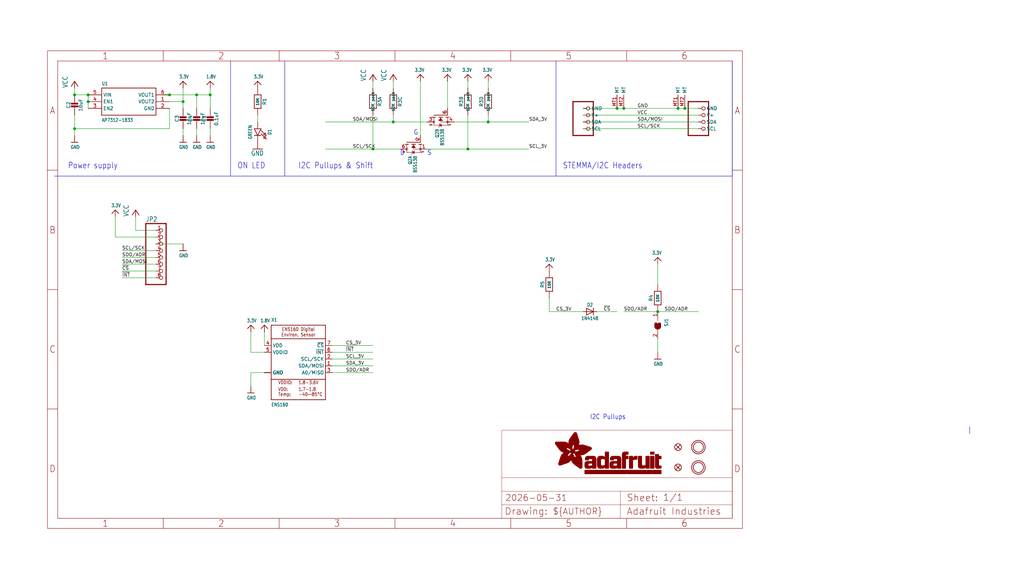
<source format=kicad_sch>
(kicad_sch (version 20230121) (generator eeschema)
  (paper "User" 383.616 217.17)
  (lib_symbols
    (symbol "Adafruit ENS160-eagle-import:1.8V" (power)
      (property "Value" "1.8V" (at -1.524 1.016 0))
      (symbol "1.8V_1_0"
        (pin power_in line (at 0 -2.54 90) (length 2.54) (name "1.8V") (number "1"))
      )
    )
    (symbol "Adafruit ENS160-eagle-import:3.3V" (power)
      (property "Value" "3.3V" (at -1.524 1.016 0))
      (symbol "3.3V_1_0"
        (pin power_in line (at 0 -2.54 90) (length 2.54) (name "3.3V") (number "1"))
      )
    )
    (symbol "Adafruit ENS160-eagle-import:CAP_CERAMIC0603_NO"
      (property "Reference" "C" (at -2.29 1.25 90))
      (symbol "CAP_CERAMIC0603_NO_1_0"
        (pin passive line (at 0 5.08 270) (length 2.54) (name "1") (number "1"))
        (pin passive line (at 0 -2.54 90) (length 2.54) (name "2") (number "2"))
      )
    )
    (symbol "Adafruit ENS160-eagle-import:CAP_CERAMIC0805-NOOUTLINE"
      (property "Reference" "C" (at -2.29 1.25 90))
      (symbol "CAP_CERAMIC0805-NOOUTLINE_1_0"
        (pin passive line (at 0 5.08 270) (length 2.54) (name "1") (number "1"))
        (pin passive line (at 0 -2.54 90) (length 2.54) (name "2") (number "2"))
      )
    )
    (symbol "Adafruit ENS160-eagle-import:DIODESOD-323"
      (property "Reference" "D" (at 0 2.54 0))
      (symbol "DIODESOD-323_1_0"
        (pin passive line (at -2.54 0 0) (length 2.54) (name "A") (number "A"))
        (pin passive line (at 2.54 0 180) (length 2.54) (name "C") (number "C"))
      )
    )
    (symbol "Adafruit ENS160-eagle-import:ENS160"
      (property "Reference" "X" (at -10.16 13.97 0))
      (symbol "ENS160_1_0"
        (text "-40~~85°C" (at 0 -13.97 0) (effects (font (size 1.27 1.0795)) (justify left bottom)))
        (text "1.7-1.8" (at 0 -12.065 0) (effects (font (size 1.27 1.0795)) (justify left bottom)))
        (text "1.8-3.6V" (at 0 -9.525 0) (effects (font (size 1.27 1.0795)) (justify left bottom)))
        (text "ENS160 Digital\nEnviron. Sensor" (at 0 10.16 0) (effects (font (size 1.27 1.0795))))
        (text "Temp:" (at -7.62 -13.97 0) (effects (font (size 1.27 1.0795)) (justify left bottom)))
        (text "VDD:" (at -7.62 -12.065 0) (effects (font (size 1.27 1.0795)) (justify left bottom)))
        (text "VDDIO:" (at -7.62 -9.525 0) (effects (font (size 1.27 1.0795)) (justify left bottom)))
        (pin input line (at 12.7 -2.54 180) (length 2.54) (name "SDA/MOSI") (number "1"))
        (pin input line (at 12.7 0 180) (length 2.54) (name "SCL/SCK") (number "2"))
        (pin output line (at 12.7 -5.08 180) (length 2.54) (name "A0/MISO") (number "3"))
        (pin power_in line (at -12.7 5.08 0) (length 2.54) (name "VDD") (number "4"))
        (pin power_in line (at -12.7 2.54 0) (length 2.54) (name "VDDIO") (number "5"))
        (pin output line (at 12.7 2.54 180) (length 2.54) (name "~{INT}") (number "6"))
        (pin input line (at 12.7 5.08 180) (length 2.54) (name "~{CS}") (number "7"))
        (pin power_in line (at -12.7 -5.08 0) (length 2.54) (name "GND") (number "8"))
        (pin power_in line (at -12.7 -5.08 0) (length 2.54) (name "GND") (number "9"))
      )
    )
    (symbol "Adafruit ENS160-eagle-import:FIDUCIAL_1MM")
    (symbol "Adafruit ENS160-eagle-import:FRAME_A4_ADAFRUIT"
      (symbol "FRAME_A4_ADAFRUIT_1_0"
        (text "${#}/${##}" (at 230.505 10.16 0) (effects (font (size 2.54 2.54)) (justify left bottom)))
        (text "${AUTHOR}" (at 189.23 5.08 0) (effects (font (size 2.286 2.286)) (justify left bottom)))
        (text "${CURRENT_DATE}" (at 171.45 10.16 0) (effects (font (size 2.286 2.286)) (justify left bottom)))
        (text "${PROJECTNAME}" (at 171.45 15.24 0) (effects (font (size 2.54 2.54)) (justify left bottom)))
        (text "1" (at 21.6958 1.905 0) (effects (font (size 2.54 2.286))))
        (text "1" (at 21.6958 177.165 0) (effects (font (size 2.54 2.286))))
        (text "2" (at 65.0875 1.905 0) (effects (font (size 2.54 2.286))))
        (text "2" (at 65.0875 177.165 0) (effects (font (size 2.54 2.286))))
        (text "3" (at 108.4792 1.905 0) (effects (font (size 2.54 2.286))))
        (text "3" (at 108.4792 177.165 0) (effects (font (size 2.54 2.286))))
        (text "4" (at 151.8708 1.905 0) (effects (font (size 2.54 2.286))))
        (text "4" (at 151.8708 177.165 0) (effects (font (size 2.54 2.286))))
        (text "5" (at 195.2625 1.905 0) (effects (font (size 2.54 2.286))))
        (text "5" (at 195.2625 177.165 0) (effects (font (size 2.54 2.286))))
        (text "6" (at 238.6542 1.905 0) (effects (font (size 2.54 2.286))))
        (text "6" (at 238.6542 177.165 0) (effects (font (size 2.54 2.286))))
        (text "A" (at 1.905 156.6863 0) (effects (font (size 2.54 2.286))))
        (text "A" (at 258.445 156.6863 0) (effects (font (size 2.54 2.286))))
        (text "Adafruit Industries" (at 216.916 4.953 0) (effects (font (size 2.54 2.54)) (justify left bottom)))
        (text "B" (at 1.905 111.9188 0) (effects (font (size 2.54 2.286))))
        (text "B" (at 258.445 111.9188 0) (effects (font (size 2.54 2.286))))
        (text "C" (at 1.905 67.1513 0) (effects (font (size 2.54 2.286))))
        (text "C" (at 258.445 67.1513 0) (effects (font (size 2.54 2.286))))
        (text "D" (at 1.905 22.3838 0) (effects (font (size 2.54 2.286))))
        (text "D" (at 258.445 22.3838 0) (effects (font (size 2.54 2.286))))
        (text "Drawing:" (at 171.196 4.953 0) (effects (font (size 2.54 2.54)) (justify left bottom)))
        (text "Sheet:" (at 216.916 10.033 0) (effects (font (size 2.54 2.54)) (justify left bottom)))
      )
    )
    (symbol "Adafruit ENS160-eagle-import:GND" (power)
      (property "Value" "GND" (at -1.524 -2.54 0))
      (symbol "GND_1_0"
        (pin power_in line (at 0 2.54 270) (length 2.54) (name "GND") (number "1"))
      )
    )
    (symbol "Adafruit ENS160-eagle-import:HEADER-1X870MIL"
      (property "Reference" "JP" (at -6.35 13.335 0))
      (symbol "HEADER-1X870MIL_1_0"
        (pin passive inverted (at -2.54 10.16 0) (length 2.54) (name "1") (number "1"))
        (pin passive inverted (at -2.54 7.62 0) (length 2.54) (name "2") (number "2"))
        (pin passive inverted (at -2.54 5.08 0) (length 2.54) (name "3") (number "3"))
        (pin passive inverted (at -2.54 2.54 0) (length 2.54) (name "4") (number "4"))
        (pin passive inverted (at -2.54 0 0) (length 2.54) (name "5") (number "5"))
        (pin passive inverted (at -2.54 -2.54 0) (length 2.54) (name "6") (number "6"))
        (pin passive inverted (at -2.54 -5.08 0) (length 2.54) (name "7") (number "7"))
        (pin passive inverted (at -2.54 -7.62 0) (length 2.54) (name "8") (number "8"))
      )
    )
    (symbol "Adafruit ENS160-eagle-import:LED0603_NOOUTLINE"
      (property "Reference" "D" (at -1.27 4.445 0))
      (symbol "LED0603_NOOUTLINE_1_0"
        (pin passive line (at -5.08 0 0) (length 2.54) (name "A") (number "A"))
        (pin passive line (at 2.54 0 180) (length 2.54) (name "C") (number "C"))
      )
    )
    (symbol "Adafruit ENS160-eagle-import:MOSFET-N_DUAL"
      (property "Reference" "Q" (at 5.08 0.635 0))
      (symbol "MOSFET-N_DUAL_1_0"
        (text "D" (at 3.175 3.175 0) (effects (font (size 0.8128 0.6908)) (justify left bottom)))
        (text "G" (at -1.27 -1.905 0) (effects (font (size 0.8128 0.6908)) (justify left bottom)))
        (text "S" (at 3.175 -3.81 0) (effects (font (size 0.8128 0.6908)) (justify left bottom)))
        (pin bidirectional line (at 2.54 -5.08 90) (length 2.54) (name "S") (number "1"))
        (pin bidirectional line (at -2.54 -2.54 0) (length 2.54) (name "G") (number "2"))
        (pin bidirectional line (at 2.54 5.08 270) (length 2.54) (name "D") (number "6"))
      )
      (symbol "MOSFET-N_DUAL_2_0"
        (text "D" (at 3.175 3.175 0) (effects (font (size 0.8128 0.6908)) (justify left bottom)))
        (text "G" (at -1.27 -1.905 0) (effects (font (size 0.8128 0.6908)) (justify left bottom)))
        (text "S" (at 3.175 -3.81 0) (effects (font (size 0.8128 0.6908)) (justify left bottom)))
        (pin bidirectional line (at 2.54 5.08 270) (length 2.54) (name "D") (number "3"))
        (pin bidirectional line (at 2.54 -5.08 90) (length 2.54) (name "S") (number "4"))
        (pin bidirectional line (at -2.54 -2.54 0) (length 2.54) (name "G") (number "5"))
      )
    )
    (symbol "Adafruit ENS160-eagle-import:MOUNTINGHOLE2.5")
    (symbol "Adafruit ENS160-eagle-import:RESISTOR_0603_NOOUT"
      (property "Reference" "R" (at 0 2.54 0))
      (symbol "RESISTOR_0603_NOOUT_1_0"
        (pin passive line (at -5.08 0 0) (length 2.54) (name "1") (number "1"))
        (pin passive line (at 5.08 0 180) (length 2.54) (name "2") (number "2"))
      )
    )
    (symbol "Adafruit ENS160-eagle-import:RESISTOR_4PACK"
      (property "Reference" "R" (at 0 2.54 0))
      (symbol "RESISTOR_4PACK_1_0"
        (pin passive line (at -5.08 0 0) (length 2.54) (name "1") (number "1"))
        (pin passive line (at 5.08 0 180) (length 2.54) (name "2") (number "8"))
      )
      (symbol "RESISTOR_4PACK_2_0"
        (pin passive line (at -5.08 0 0) (length 2.54) (name "1") (number "2"))
        (pin passive line (at 5.08 0 180) (length 2.54) (name "2") (number "7"))
      )
      (symbol "RESISTOR_4PACK_3_0"
        (pin passive line (at -5.08 0 0) (length 2.54) (name "1") (number "3"))
        (pin passive line (at 5.08 0 180) (length 2.54) (name "2") (number "6"))
      )
      (symbol "RESISTOR_4PACK_4_0"
        (pin passive line (at -5.08 0 0) (length 2.54) (name "1") (number "4"))
        (pin passive line (at 5.08 0 180) (length 2.54) (name "2") (number "5"))
      )
    )
    (symbol "Adafruit ENS160-eagle-import:SOLDERJUMPER"
      (property "Reference" "SJ" (at -2.54 2.54 0))
      (symbol "SOLDERJUMPER_1_0"
        (pin passive line (at -5.08 0 0) (length 2.54) (name "1") (number "1"))
        (pin passive line (at 5.08 0 180) (length 2.54) (name "2") (number "2"))
      )
    )
    (symbol "Adafruit ENS160-eagle-import:STEMMA_I2C_QT"
      (symbol "STEMMA_I2C_QT_1_0"
        (pin passive inverted (at 0 5.08 0) (length 2.54) (name "GND") (number "1"))
        (pin passive inverted (at 0 2.54 0) (length 2.54) (name "V+") (number "2"))
        (pin passive inverted (at 0 0 0) (length 2.54) (name "SDA") (number "3"))
        (pin passive inverted (at 0 -2.54 0) (length 2.54) (name "SCL") (number "4"))
      )
      (symbol "STEMMA_I2C_QT_2_0"
        (pin bidirectional line (at 0 0 0) (length 5.08) (name "MT") (number "MT1"))
      )
      (symbol "STEMMA_I2C_QT_3_0"
        (pin bidirectional line (at 0 0 0) (length 5.08) (name "MT") (number "MT2"))
      )
    )
    (symbol "Adafruit ENS160-eagle-import:VCC" (power)
      (property "Value" "VCC" (at -2.54 -2.54 90))
      (symbol "VCC_1_0"
        (pin power_in line (at 0 -2.54 90) (length 2.54) (name "VCC") (number "1"))
      )
    )
    (symbol "Adafruit ENS160-eagle-import:VREG_SOT23-6_DUALAP7312"
      (property "Reference" "U" (at -10.16 6.096 0))
      (symbol "VREG_SOT23-6_DUALAP7312_1_0"
        (pin bidirectional line (at 15.24 0 180) (length 5.08) (name "VOUT2") (number "1"))
        (pin bidirectional line (at 15.24 -2.54 180) (length 5.08) (name "GND") (number "2"))
        (pin bidirectional line (at -15.24 -2.54 0) (length 5.08) (name "EN2") (number "3"))
        (pin bidirectional line (at -15.24 0 0) (length 5.08) (name "EN1") (number "4"))
        (pin bidirectional line (at -15.24 2.54 0) (length 5.08) (name "VIN") (number "5"))
        (pin bidirectional line (at 15.24 2.54 180) (length 5.08) (name "VOUT1") (number "6"))
      )
    )
    (symbol "Adafruit ENS160-eagle-import:supply1_GND" (power)
      (property "Value" "supply1_GND" (at -2.54 -2.54 0))
      (symbol "supply1_GND_1_0"
        (pin power_in line (at 0 2.54 270) (length 2.54) (name "GND") (number "1"))
      )
    )
  )
  (junction (at 147.32 45.72))
  (junction (at 231.14 40.64))
  (junction (at 27.94 48.26))
  (junction (at 139.7 55.88))
  (junction (at 175.26 55.88))
  (junction (at 33.02 38.1))
  (junction (at 33.02 35.56))
  (junction (at 63.5 35.56))
  (junction (at 68.58 38.1))
  (junction (at 182.88 45.72))
  (junction (at 254 40.64))
  (junction (at 27.94 35.56))
  (junction (at 78.74 35.56))
  (junction (at 233.68 40.64))
  (junction (at 73.66 35.56))
  (junction (at 256.54 40.64))
  (junction (at 246.38 116.84))
  (polyline (pts (xy 20.32 66.04) (xy 86.36 66.04)) (stroke (width 0.1524) (type solid)))
  (wire (pts (xy 33.02 38.1) (xy 33.02 40.64)) (stroke (width 0.1524)))
  (wire (pts (xy 167.64 40.64) (xy 167.64 30.48)) (stroke (width 0.1524)))
  (wire (pts (xy 93.98 132.08) (xy 93.98 124.46)) (stroke (width 0.1524)))
  (wire (pts (xy 256.54 40.64) (xy 254 40.64)) (stroke (width 0.1524)))
  (wire (pts (xy 58.42 91.44) (xy 68.58 91.44)) (stroke (width 0.1524)))
  (wire (pts (xy 50.8 86.36) (xy 50.8 81.28)) (stroke (width 0.1524)))
  (wire (pts (xy 254 40.64) (xy 233.68 40.64)) (stroke (width 0.1524)))
  (wire (pts (xy 261.62 45.72) (xy 218.44 45.72)) (stroke (width 0.1524)))
  (wire (pts (xy 27.94 48.26) (xy 27.94 43.18)) (stroke (width 0.1524)))
  (wire (pts (xy 124.46 137.16) (xy 139.7 137.16)) (stroke (width 0.1524)))
  (wire (pts (xy 68.58 33.02) (xy 68.58 38.1)) (stroke (width 0.1524)))
  (wire (pts (xy 205.74 116.84) (xy 205.74 111.76)) (stroke (width 0.1524)))
  (polyline (pts (xy 86.36 66.04) (xy 106.68 66.04)) (stroke (width 0.1524) (type solid)))
  (wire (pts (xy 58.42 88.9) (xy 43.18 88.9)) (stroke (width 0.1524)))
  (wire (pts (xy 93.98 139.7) (xy 93.98 144.78)) (stroke (width 0.1524)))
  (wire (pts (xy 175.26 43.18) (xy 175.26 55.88)) (stroke (width 0.1524)))
  (wire (pts (xy 63.5 38.1) (xy 68.58 38.1)) (stroke (width 0.1524)))
  (wire (pts (xy 175.26 33.02) (xy 175.26 30.48)) (stroke (width 0.1524)))
  (polyline (pts (xy 208.28 22.86) (xy 208.28 66.04)) (stroke (width 0.1524) (type solid)))
  (polyline (pts (xy 106.68 22.86) (xy 106.68 66.04)) (stroke (width 0.1524) (type solid)))
  (wire (pts (xy 58.42 101.6) (xy 45.72 101.6)) (stroke (width 0.1524)))
  (wire (pts (xy 73.66 40.64) (xy 73.66 35.56)) (stroke (width 0.1524)))
  (wire (pts (xy 149.86 55.88) (xy 139.7 55.88)) (stroke (width 0.1524)))
  (wire (pts (xy 63.5 48.26) (xy 27.94 48.26)) (stroke (width 0.1524)))
  (wire (pts (xy 43.18 88.9) (xy 43.18 81.28)) (stroke (width 0.1524)))
  (wire (pts (xy 175.26 55.88) (xy 198.12 55.88)) (stroke (width 0.1524)))
  (wire (pts (xy 218.44 43.18) (xy 261.62 43.18)) (stroke (width 0.1524)))
  (wire (pts (xy 147.32 43.18) (xy 147.32 45.72)) (stroke (width 0.1524)))
  (wire (pts (xy 147.32 45.72) (xy 121.92 45.72)) (stroke (width 0.1524)))
  (wire (pts (xy 160.02 55.88) (xy 175.26 55.88)) (stroke (width 0.1524)))
  (wire (pts (xy 218.44 48.26) (xy 261.62 48.26)) (stroke (width 0.1524)))
  (wire (pts (xy 78.74 33.02) (xy 78.74 35.56)) (stroke (width 0.1524)))
  (wire (pts (xy 147.32 33.02) (xy 147.32 30.48)) (stroke (width 0.1524)))
  (wire (pts (xy 99.06 139.7) (xy 93.98 139.7)) (stroke (width 0.1524)))
  (wire (pts (xy 73.66 48.26) (xy 73.66 50.8)) (stroke (width 0.1524)))
  (wire (pts (xy 27.94 35.56) (xy 33.02 35.56)) (stroke (width 0.1524)))
  (wire (pts (xy 233.68 40.64) (xy 231.14 40.64)) (stroke (width 0.1524)))
  (wire (pts (xy 182.88 33.02) (xy 182.88 30.48)) (stroke (width 0.1524)))
  (wire (pts (xy 68.58 38.1) (xy 68.58 40.64)) (stroke (width 0.1524)))
  (wire (pts (xy 58.42 93.98) (xy 45.72 93.98)) (stroke (width 0.1524)))
  (wire (pts (xy 99.06 129.54) (xy 99.06 124.46)) (stroke (width 0.1524)))
  (wire (pts (xy 73.66 35.56) (xy 78.74 35.56)) (stroke (width 0.1524)))
  (polyline (pts (xy 274.32 22.86) (xy 274.32 66.04)) (stroke (width 0.1524) (type solid)))
  (wire (pts (xy 58.42 96.52) (xy 45.72 96.52)) (stroke (width 0.1524)))
  (wire (pts (xy 33.02 38.1) (xy 33.02 35.56)) (stroke (width 0.1524)))
  (wire (pts (xy 27.94 48.26) (xy 27.94 50.8)) (stroke (width 0.1524)))
  (wire (pts (xy 68.58 48.26) (xy 68.58 50.8)) (stroke (width 0.1524)))
  (wire (pts (xy 124.46 132.08) (xy 139.7 132.08)) (stroke (width 0.1524)))
  (wire (pts (xy 182.88 45.72) (xy 198.12 45.72)) (stroke (width 0.1524)))
  (polyline (pts (xy 208.28 66.04) (xy 274.32 66.04)) (stroke (width 0.1524) (type solid)))
  (wire (pts (xy 170.18 45.72) (xy 182.88 45.72)) (stroke (width 0.1524)))
  (wire (pts (xy 63.5 35.56) (xy 73.66 35.56)) (stroke (width 0.1524)))
  (wire (pts (xy 160.02 45.72) (xy 147.32 45.72)) (stroke (width 0.1524)))
  (wire (pts (xy 231.14 40.64) (xy 218.44 40.64)) (stroke (width 0.1524)))
  (wire (pts (xy 58.42 86.36) (xy 50.8 86.36)) (stroke (width 0.1524)))
  (wire (pts (xy 124.46 129.54) (xy 139.7 129.54)) (stroke (width 0.1524)))
  (wire (pts (xy 246.38 132.08) (xy 246.38 127)) (stroke (width 0.1524)))
  (wire (pts (xy 78.74 48.26) (xy 78.74 50.8)) (stroke (width 0.1524)))
  (wire (pts (xy 157.48 50.8) (xy 157.48 30.48)) (stroke (width 0.1524)))
  (wire (pts (xy 58.42 99.06) (xy 45.72 99.06)) (stroke (width 0.1524)))
  (wire (pts (xy 139.7 30.48) (xy 139.7 33.02)) (stroke (width 0.1524)))
  (wire (pts (xy 60.96 35.56) (xy 63.5 35.56)) (stroke (width 0.1524)))
  (wire (pts (xy 96.52 45.72) (xy 96.52 43.18)) (stroke (width 0.1524)))
  (wire (pts (xy 139.7 139.7) (xy 124.46 139.7)) (stroke (width 0.1524)))
  (polyline (pts (xy 86.36 22.86) (xy 86.36 66.04)) (stroke (width 0.1524) (type solid)))
  (polyline (pts (xy 363.22 162.56) (xy 363.22 160.02)) (stroke (width 0.1524) (type solid)))
  (wire (pts (xy 246.38 116.84) (xy 233.68 116.84)) (stroke (width 0.1524)))
  (wire (pts (xy 63.5 40.64) (xy 63.5 48.26)) (stroke (width 0.1524)))
  (wire (pts (xy 139.7 134.62) (xy 124.46 134.62)) (stroke (width 0.1524)))
  (wire (pts (xy 139.7 55.88) (xy 121.92 55.88)) (stroke (width 0.1524)))
  (polyline (pts (xy 106.68 66.04) (xy 208.28 66.04)) (stroke (width 0.1524) (type solid)))
  (wire (pts (xy 182.88 43.18) (xy 182.88 45.72)) (stroke (width 0.1524)))
  (wire (pts (xy 27.94 33.02) (xy 27.94 35.56)) (stroke (width 0.1524)))
  (wire (pts (xy 261.62 40.64) (xy 256.54 40.64)) (stroke (width 0.1524)))
  (wire (pts (xy 246.38 106.68) (xy 246.38 99.06)) (stroke (width 0.1524)))
  (wire (pts (xy 58.42 104.14) (xy 45.72 104.14)) (stroke (width 0.1524)))
  (wire (pts (xy 139.7 43.18) (xy 139.7 55.88)) (stroke (width 0.1524)))
  (wire (pts (xy 78.74 35.56) (xy 78.74 40.64)) (stroke (width 0.1524)))
  (wire (pts (xy 218.44 116.84) (xy 205.74 116.84)) (stroke (width 0.1524)))
  (wire (pts (xy 246.38 116.84) (xy 261.62 116.84)) (stroke (width 0.1524)))
  (wire (pts (xy 223.52 116.84) (xy 231.14 116.84)) (stroke (width 0.1524)))
  (wire (pts (xy 99.06 132.08) (xy 93.98 132.08)) (stroke (width 0.1524)))
  (text "G" (at 154.94 50.8 0) (effects (font (size 1.778 1.5113)) (justify left bottom)))
  (text "STEMMA/I2C Headers" (at 210.82 63.5 0) (effects (font (size 2.1844 1.8567)) (justify left bottom)))
  (text "I2C Pullups & Shift" (at 111.76 63.5 0) (effects (font (size 2.1844 1.8567)) (justify left bottom)))
  (text "I2C Pullups" (at 220.98 157.48 0) (effects (font (size 1.778 1.5113)) (justify left bottom)))
  (text "S" (at 160.02 58.42 0) (effects (font (size 1.778 1.5113)) (justify left bottom)))
  (text "D" (at 149.86 58.42 0) (effects (font (size 1.778 1.5113)) (justify left bottom)))
  (text "ON LED" (at 88.9 63.5 0) (effects (font (size 2.1844 1.8567)) (justify left bottom)))
  (text "Power supply" (at 25.4 63.5 0) (effects (font (size 2.1844 1.8567)) (justify left bottom)))
  (label "SCL_3V" (at 198.12 55.88 0) (effects (font (size 1.2446 1.2446))))
  (label "~{CS}" (at 226.06 116.84 0) (effects (font (size 1.2446 1.2446))))
  (label "SDA/MOSI" (at 132.08 45.72 0) (effects (font (size 1.2446 1.2446))))
  (label "SDA/MOSI" (at 238.76 45.72 0) (effects (font (size 1.2446 1.2446))))
  (label "SDO/ADR" (at 233.68 116.84 0) (effects (font (size 1.2446 1.2446))))
  (label "SCL_3V" (at 129.54 134.62 0) (effects (font (size 1.2446 1.2446))))
  (label "CS_3V" (at 208.28 116.84 0) (effects (font (size 1.2446 1.2446))))
  (label "CS_3V" (at 129.54 129.54 0) (effects (font (size 1.2446 1.2446))))
  (label "SCL/SCK" (at 45.72 93.98 0) (effects (font (size 1.2446 1.2446))))
  (label "SDA/MOSI" (at 45.72 99.06 0) (effects (font (size 1.2446 1.2446))))
  (label "~{INT}" (at 45.72 104.14 0) (effects (font (size 1.2446 1.2446))))
  (label "SCL/SCK" (at 238.76 48.26 0) (effects (font (size 1.2446 1.2446))))
  (label "SCL/SCK" (at 132.08 55.88 0) (effects (font (size 1.2446 1.2446))))
  (label "SDO/ADR" (at 248.92 116.84 0) (effects (font (size 1.2446 1.2446))))
  (label "SDO/ADR" (at 129.54 139.7 0) (effects (font (size 1.2446 1.2446))))
  (label "~{INT}" (at 129.54 132.08 0) (effects (font (size 1.2446 1.2446))))
  (label "SDO/ADR" (at 45.72 96.52 0) (effects (font (size 1.2446 1.2446))))
  (label "SDA_3V" (at 198.12 45.72 0) (effects (font (size 1.2446 1.2446))))
  (label "~{CS}" (at 45.72 101.6 0) (effects (font (size 1.2446 1.2446))))
  (label "GND" (at 238.76 40.64 0) (effects (font (size 1.2446 1.2446))))
  (label "SDA_3V" (at 129.54 137.16 0) (effects (font (size 1.2446 1.2446))))
  (label "VCC" (at 238.76 43.18 0) (effects (font (size 1.2446 1.2446))))
  (symbol (lib_id "Adafruit ENS160-eagle-import:FRAME_A4_ADAFRUIT") (at 17.78 198.12 0) (unit 1)
    (property "Reference" "#U$18" (effects hide))
    (property "Value" "FRAME_A4_ADAFRUIT" (effects hide))
  )
  (symbol (lib_id "Adafruit ENS160-eagle-import:STEMMA_I2C_QT") (at 256.54 40.64 90) (unit 3)
    (property "Reference" "CONN4" (effects hide))
    (property "Value" "STEMMA_I2C_QT" (effects hide))
    (property "Footprint" "Adafruit ENS160:JST_SH4" (effects hide))
  )
  (symbol (lib_id "Adafruit ENS160-eagle-import:LED0603_NOOUTLINE") (at 96.52 50.8 270) (unit 1)
    (property "Reference" "D1" (at 100.965 49.53 0) (effects (font (size 1.27 1.0795))))
    (property "Value" "GREEN" (at 93.726 49.53 0) (effects (font (size 1.27 1.0795))))
    (property "Footprint" "Adafruit ENS160:CHIPLED_0603_NOOUTLINE" (effects hide))
  )
  (symbol (lib_id "Adafruit ENS160-eagle-import:STEMMA_I2C_QT") (at 233.68 40.64 90) (unit 3)
    (property "Reference" "CONN3" (effects hide))
    (property "Value" "STEMMA_I2C_QT" (effects hide))
    (property "Footprint" "Adafruit ENS160:JST_SH4" (effects hide))
  )
  (symbol (lib_id "Adafruit ENS160-eagle-import:MOSFET-N_DUAL") (at 154.94 53.34 90) (mirror x) (unit 1)
    (property "Reference" "Q2" (at 154.305 58.42 0) (effects (font (size 1.27 1.0795)) (justify left bottom)))
    (property "Value" "BSS138" (at 156.21 58.42 0) (effects (font (size 1.27 1.0795)) (justify left bottom)))
    (property "Footprint" "Adafruit ENS160:SOT363" (effects hide))
  )
  (symbol (lib_id "Adafruit ENS160-eagle-import:3.3V") (at 182.88 27.94 0) (mirror y) (unit 1)
    (property "Reference" "#U$7" (effects hide))
    (property "Value" "3.3V" (at 184.404 26.924 0) (effects (font (size 1.27 1.0795)) (justify left bottom)))
  )
  (symbol (lib_id "Adafruit ENS160-eagle-import:GND") (at 73.66 53.34 0) (unit 1)
    (property "Reference" "#U$2" (effects hide))
    (property "Value" "GND" (at 72.136 55.88 0) (effects (font (size 1.27 1.0795)) (justify left bottom)))
  )
  (symbol (lib_id "Adafruit ENS160-eagle-import:MOUNTINGHOLE2.5") (at 261.62 167.64 0) (unit 1)
    (property "Reference" "U$17" (effects hide))
    (property "Value" "MOUNTINGHOLE2.5" (effects hide))
    (property "Footprint" "Adafruit ENS160:MOUNTINGHOLE_2.5_PLATED" (effects hide))
  )
  (symbol (lib_id "Adafruit ENS160-eagle-import:CAP_CERAMIC0603_NO") (at 78.74 45.72 0) (unit 1)
    (property "Reference" "C1" (at 76.45 44.47 90))
    (property "Value" "0.1uF" (at 81.04 44.47 90))
    (property "Footprint" "Adafruit ENS160:0603-NO" (effects hide))
  )
  (symbol (lib_id "Adafruit ENS160-eagle-import:VCC") (at 139.7 27.94 0) (unit 1)
    (property "Reference" "#P+1" (effects hide))
    (property "Value" "VCC" (at 137.16 30.48 90) (effects (font (size 1.778 1.5113)) (justify left bottom)))
  )
  (symbol (lib_id "Adafruit ENS160-eagle-import:SOLDERJUMPER") (at 246.38 121.92 270) (unit 1)
    (property "Reference" "SJ1" (at 248.92 119.38 0) (effects (font (size 1.27 1.0795)) (justify left bottom)))
    (property "Value" "SOLDERJUMPER" (effects hide))
    (property "Footprint" "Adafruit ENS160:SOLDERJUMPER_ARROW_NOPASTE" (effects hide))
  )
  (symbol (lib_id "Adafruit ENS160-eagle-import:CAP_CERAMIC0805-NOOUTLINE") (at 73.66 45.72 0) (unit 1)
    (property "Reference" "C4" (at 71.37 44.47 90))
    (property "Value" "10uF" (at 75.96 44.47 90))
    (property "Footprint" "Adafruit ENS160:0805-NO" (effects hide))
  )
  (symbol (lib_id "Adafruit ENS160-eagle-import:ENS160") (at 111.76 134.62 0) (unit 1)
    (property "Reference" "X1" (at 101.6 120.65 0) (effects (font (size 1.27 1.0795)) (justify left bottom)))
    (property "Value" "ENS160" (at 101.6 152.4 0) (effects (font (size 1.27 1.0795)) (justify left bottom)))
    (property "Footprint" "Adafruit ENS160:ENS160" (effects hide))
  )
  (symbol (lib_id "Adafruit ENS160-eagle-import:GND") (at 93.98 147.32 0) (unit 1)
    (property "Reference" "#U$19" (effects hide))
    (property "Value" "GND" (at 92.456 149.86 0) (effects (font (size 1.27 1.0795)) (justify left bottom)))
  )
  (symbol (lib_id "Adafruit ENS160-eagle-import:3.3V") (at 157.48 27.94 0) (mirror y) (unit 1)
    (property "Reference" "#U$26" (effects hide))
    (property "Value" "3.3V" (at 159.004 26.924 0) (effects (font (size 1.27 1.0795)) (justify left bottom)))
  )
  (symbol (lib_id "Adafruit ENS160-eagle-import:GND") (at 68.58 53.34 0) (unit 1)
    (property "Reference" "#U$5" (effects hide))
    (property "Value" "GND" (at 67.056 55.88 0) (effects (font (size 1.27 1.0795)) (justify left bottom)))
  )
  (symbol (lib_id "Adafruit ENS160-eagle-import:3.3V") (at 167.64 27.94 0) (mirror y) (unit 1)
    (property "Reference" "#U$23" (effects hide))
    (property "Value" "3.3V" (at 169.164 26.924 0) (effects (font (size 1.27 1.0795)) (justify left bottom)))
  )
  (symbol (lib_id "Adafruit ENS160-eagle-import:VREG_SOT23-6_DUALAP7312") (at 48.26 38.1 0) (unit 1)
    (property "Reference" "U1" (at 38.1 32.004 0) (effects (font (size 1.27 1.0795)) (justify left bottom)))
    (property "Value" "AP7312-1833" (at 38.1 45.72 0) (effects (font (size 1.27 1.0795)) (justify left bottom)))
    (property "Footprint" "Adafruit ENS160:SOT23-6" (effects hide))
  )
  (symbol (lib_id "Adafruit ENS160-eagle-import:1.8V") (at 99.06 121.92 0) (unit 1)
    (property "Reference" "#U$14" (effects hide))
    (property "Value" "1.8V" (at 97.536 120.904 0) (effects (font (size 1.27 1.0795)) (justify left bottom)))
  )
  (symbol (lib_id "Adafruit ENS160-eagle-import:FIDUCIAL_1MM") (at 254 175.26 0) (unit 1)
    (property "Reference" "FID3" (effects hide))
    (property "Value" "FIDUCIAL_1MM" (effects hide))
    (property "Footprint" "Adafruit ENS160:FIDUCIAL_1MM" (effects hide))
  )
  (symbol (lib_id "Adafruit ENS160-eagle-import:MOSFET-N_DUAL") (at 165.1 43.18 90) (mirror x) (unit 2)
    (property "Reference" "Q2" (at 164.465 48.26 0) (effects (font (size 1.27 1.0795)) (justify left bottom)))
    (property "Value" "BSS138" (at 166.37 48.26 0) (effects (font (size 1.27 1.0795)) (justify left bottom)))
    (property "Footprint" "Adafruit ENS160:SOT363" (effects hide))
  )
  (symbol (lib_id "Adafruit ENS160-eagle-import:DIODESOD-323") (at 220.98 116.84 0) (unit 1)
    (property "Reference" "D2" (at 220.98 114.3 0) (effects (font (size 1.27 1.0795))))
    (property "Value" "1N4148" (at 220.98 119.34 0) (effects (font (size 1.27 1.0795))))
    (property "Footprint" "Adafruit ENS160:SOD-323" (effects hide))
  )
  (symbol (lib_id "Adafruit ENS160-eagle-import:GND") (at 78.74 53.34 0) (unit 1)
    (property "Reference" "#U$6" (effects hide))
    (property "Value" "GND" (at 77.216 55.88 0) (effects (font (size 1.27 1.0795)) (justify left bottom)))
  )
  (symbol (lib_id "Adafruit ENS160-eagle-import:RESISTOR_4PACK") (at 175.26 38.1 90) (mirror x) (unit 2)
    (property "Reference" "R3" (at 172.72 38.1 0))
    (property "Value" "10K pack" (at 175.26 38.1 0) (effects (font (size 1.016 1.016) bold)))
    (property "Footprint" "Adafruit ENS160:RESPACK_4X0603" (effects hide))
  )
  (symbol (lib_id "Adafruit ENS160-eagle-import:HEADER-1X870MIL") (at 60.96 96.52 0) (unit 1)
    (property "Reference" "JP2" (at 54.61 83.185 0) (effects (font (size 1.778 1.5113)) (justify left bottom)))
    (property "Value" "HEADER-1X870MIL" (effects hide))
    (property "Footprint" "Adafruit ENS160:1X08_ROUND_70" (effects hide))
  )
  (symbol (lib_id "Adafruit ENS160-eagle-import:STEMMA_I2C_QT") (at 218.44 45.72 0) (unit 1)
    (property "Reference" "CONN3" (effects hide))
    (property "Value" "STEMMA_I2C_QT" (effects hide))
    (property "Footprint" "Adafruit ENS160:JST_SH4" (effects hide))
  )
  (symbol (lib_id "Adafruit ENS160-eagle-import:RESISTOR_0603_NOOUT") (at 96.52 38.1 270) (unit 1)
    (property "Reference" "R1" (at 99.06 38.1 0))
    (property "Value" "10K" (at 96.52 38.1 0) (effects (font (size 1.016 1.016) bold)))
    (property "Footprint" "Adafruit ENS160:0603-NO" (effects hide))
  )
  (symbol (lib_id "Adafruit ENS160-eagle-import:RESISTOR_0603_NOOUT") (at 246.38 111.76 90) (unit 1)
    (property "Reference" "R4" (at 243.84 111.76 0))
    (property "Value" "10K" (at 246.38 111.76 0) (effects (font (size 1.016 1.016) bold)))
    (property "Footprint" "Adafruit ENS160:0603-NO" (effects hide))
  )
  (symbol (lib_id "Adafruit ENS160-eagle-import:STEMMA_I2C_QT") (at 254 40.64 90) (unit 2)
    (property "Reference" "CONN4" (effects hide))
    (property "Value" "STEMMA_I2C_QT" (effects hide))
    (property "Footprint" "Adafruit ENS160:JST_SH4" (effects hide))
  )
  (symbol (lib_id "Adafruit ENS160-eagle-import:supply1_GND") (at 96.52 55.88 0) (unit 1)
    (property "Reference" "#GND6" (effects hide))
    (property "Value" "GND" (at 93.98 58.42 0) (effects (font (size 1.778 1.5113)) (justify left bottom)))
  )
  (symbol (lib_id "Adafruit ENS160-eagle-import:3.3V") (at 43.18 78.74 0) (unit 1)
    (property "Reference" "#U$16" (effects hide))
    (property "Value" "3.3V" (at 41.656 77.724 0) (effects (font (size 1.27 1.0795)) (justify left bottom)))
  )
  (symbol (lib_id "Adafruit ENS160-eagle-import:CAP_CERAMIC0805-NOOUTLINE") (at 27.94 40.64 0) (unit 1)
    (property "Reference" "C2" (at 25.65 39.39 90))
    (property "Value" "10uF" (at 30.24 39.39 90))
    (property "Footprint" "Adafruit ENS160:0805-NO" (effects hide))
  )
  (symbol (lib_id "Adafruit ENS160-eagle-import:GND") (at 246.38 134.62 0) (unit 1)
    (property "Reference" "#U$9" (effects hide))
    (property "Value" "GND" (at 244.856 137.16 0) (effects (font (size 1.27 1.0795)) (justify left bottom)))
  )
  (symbol (lib_id "Adafruit ENS160-eagle-import:FIDUCIAL_1MM") (at 254 167.64 0) (unit 1)
    (property "Reference" "FID4" (effects hide))
    (property "Value" "FIDUCIAL_1MM" (effects hide))
    (property "Footprint" "Adafruit ENS160:FIDUCIAL_1MM" (effects hide))
  )
  (symbol (lib_id "Adafruit ENS160-eagle-import:3.3V") (at 96.52 30.48 0) (unit 1)
    (property "Reference" "#U$3" (effects hide))
    (property "Value" "3.3V" (at 94.996 29.464 0) (effects (font (size 1.27 1.0795)) (justify left bottom)))
  )
  (symbol (lib_id "Adafruit ENS160-eagle-import:GND") (at 68.58 93.98 0) (unit 1)
    (property "Reference" "#U$10" (effects hide))
    (property "Value" "GND" (at 67.056 96.52 0) (effects (font (size 1.27 1.0795)) (justify left bottom)))
  )
  (symbol (lib_id "Adafruit ENS160-eagle-import:1.8V") (at 78.74 30.48 0) (unit 1)
    (property "Reference" "#U$11" (effects hide))
    (property "Value" "1.8V" (at 77.216 29.464 0) (effects (font (size 1.27 1.0795)) (justify left bottom)))
  )
  (symbol (lib_id "Adafruit ENS160-eagle-import:STEMMA_I2C_QT") (at 261.62 45.72 0) (unit 1)
    (property "Reference" "CONN4" (effects hide))
    (property "Value" "STEMMA_I2C_QT" (effects hide))
    (property "Footprint" "Adafruit ENS160:JST_SH4" (effects hide))
  )
  (symbol (lib_id "Adafruit ENS160-eagle-import:VCC") (at 50.8 78.74 0) (unit 1)
    (property "Reference" "#P+4" (effects hide))
    (property "Value" "VCC" (at 48.26 81.28 90) (effects (font (size 1.778 1.5113)) (justify left bottom)))
  )
  (symbol (lib_id "Adafruit ENS160-eagle-import:3.3V") (at 175.26 27.94 0) (mirror y) (unit 1)
    (property "Reference" "#U$24" (effects hide))
    (property "Value" "3.3V" (at 176.784 26.924 0) (effects (font (size 1.27 1.0795)) (justify left bottom)))
  )
  (symbol (lib_id "Adafruit ENS160-eagle-import:RESISTOR_0603_NOOUT") (at 205.74 106.68 90) (unit 1)
    (property "Reference" "R5" (at 203.2 106.68 0))
    (property "Value" "10K" (at 205.74 106.68 0) (effects (font (size 1.016 1.016) bold)))
    (property "Footprint" "Adafruit ENS160:0603-NO" (effects hide))
  )
  (symbol (lib_id "Adafruit ENS160-eagle-import:RESISTOR_4PACK") (at 147.32 38.1 270) (unit 3)
    (property "Reference" "R3" (at 149.86 38.1 0))
    (property "Value" "10K pack" (at 147.32 38.1 0) (effects (font (size 1.016 1.016) bold)))
    (property "Footprint" "Adafruit ENS160:RESPACK_4X0603" (effects hide))
  )
  (symbol (lib_id "Adafruit ENS160-eagle-import:VCC") (at 147.32 27.94 0) (unit 1)
    (property "Reference" "#P+2" (effects hide))
    (property "Value" "VCC" (at 144.78 30.48 90) (effects (font (size 1.778 1.5113)) (justify left bottom)))
  )
  (symbol (lib_id "Adafruit ENS160-eagle-import:RESISTOR_4PACK") (at 139.7 38.1 270) (unit 1)
    (property "Reference" "R3" (at 142.24 38.1 0))
    (property "Value" "10K pack" (at 139.7 38.1 0) (effects (font (size 1.016 1.016) bold)))
    (property "Footprint" "Adafruit ENS160:RESPACK_4X0603" (effects hide))
  )
  (symbol (lib_id "Adafruit ENS160-eagle-import:MOUNTINGHOLE2.5") (at 261.62 175.26 0) (unit 1)
    (property "Reference" "U$1" (effects hide))
    (property "Value" "MOUNTINGHOLE2.5" (effects hide))
    (property "Footprint" "Adafruit ENS160:MOUNTINGHOLE_2.5_PLATED" (effects hide))
  )
  (symbol (lib_id "Adafruit ENS160-eagle-import:3.3V") (at 68.58 30.48 0) (unit 1)
    (property "Reference" "#U$15" (effects hide))
    (property "Value" "3.3V" (at 67.056 29.464 0) (effects (font (size 1.27 1.0795)) (justify left bottom)))
  )
  (symbol (lib_id "Adafruit ENS160-eagle-import:STEMMA_I2C_QT") (at 231.14 40.64 90) (unit 2)
    (property "Reference" "CONN3" (effects hide))
    (property "Value" "STEMMA_I2C_QT" (effects hide))
    (property "Footprint" "Adafruit ENS160:JST_SH4" (effects hide))
  )
  (symbol (lib_id "Adafruit ENS160-eagle-import:3.3V") (at 205.74 99.06 0) (unit 1)
    (property "Reference" "#U$42" (effects hide))
    (property "Value" "3.3V" (at 204.216 98.044 0) (effects (font (size 1.27 1.0795)) (justify left bottom)))
  )
  (symbol (lib_id "Adafruit ENS160-eagle-import:RESISTOR_4PACK") (at 182.88 38.1 90) (mirror x) (unit 4)
    (property "Reference" "R3" (at 180.34 38.1 0))
    (property "Value" "10K pack" (at 182.88 38.1 0) (effects (font (size 1.016 1.016) bold)))
    (property "Footprint" "Adafruit ENS160:RESPACK_4X0603" (effects hide))
  )
  (symbol (lib_id "Adafruit ENS160-eagle-import:3.3V") (at 93.98 121.92 0) (unit 1)
    (property "Reference" "#U$12" (effects hide))
    (property "Value" "3.3V" (at 92.456 120.904 0) (effects (font (size 1.27 1.0795)) (justify left bottom)))
  )
  (symbol (lib_id "Adafruit ENS160-eagle-import:CAP_CERAMIC0805-NOOUTLINE") (at 68.58 45.72 0) (unit 1)
    (property "Reference" "C3" (at 66.29 44.47 90))
    (property "Value" "10uF" (at 70.88 44.47 90))
    (property "Footprint" "Adafruit ENS160:0805-NO" (effects hide))
  )
  (symbol (lib_id "Adafruit ENS160-eagle-import:3.3V") (at 246.38 96.52 0) (mirror y) (unit 1)
    (property "Reference" "#U$8" (effects hide))
    (property "Value" "3.3V" (at 247.904 95.504 0) (effects (font (size 1.27 1.0795)) (justify left bottom)))
  )
  (symbol (lib_id "Adafruit ENS160-eagle-import:GND") (at 27.94 53.34 0) (unit 1)
    (property "Reference" "#U$13" (effects hide))
    (property "Value" "GND" (at 26.416 55.88 0) (effects (font (size 1.27 1.0795)) (justify left bottom)))
  )
  (symbol (lib_id "Adafruit ENS160-eagle-import:VCC") (at 27.94 30.48 0) (unit 1)
    (property "Reference" "#P+3" (effects hide))
    (property "Value" "VCC" (at 25.4 33.02 90) (effects (font (size 1.778 1.5113)) (justify left bottom)))
  )
)
</source>
